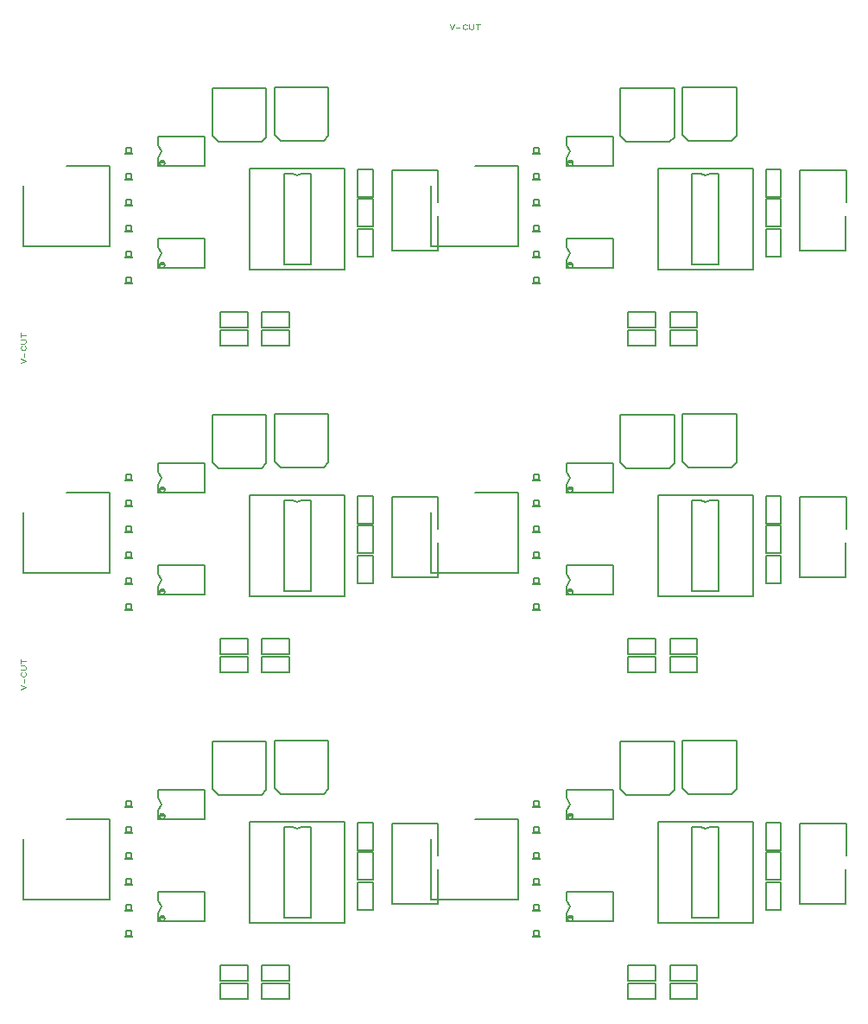
<source format=gto>
G04 EasyPC Gerber Version 21.0.3 Build 4286 *
G04 #@! TF.Part,Single*
G04 #@! TF.FileFunction,Legend,Top *
G04 #@! TF.FilePolarity,Positive *
%FSLAX45Y45*%
%MOIN*%
%ADD19C,0.00100*%
%ADD70C,0.00500*%
%ADD20C,0.00787*%
X0Y0D02*
D02*
D19*
X5187Y156234D02*
X7061Y157015D01*
X5187Y157797*
X6437Y158734D02*
Y159984D01*
X6749Y162797D02*
X6905Y162641D01*
X7061Y162328*
Y161859*
X6905Y161547*
X6749Y161391*
X6437Y161234*
X5811*
X5499Y161391*
X5343Y161547*
X5187Y161859*
Y162328*
X5343Y162641*
X5499Y162797*
X5187Y163734D02*
X6593D01*
X6905Y163891*
X7061Y164203*
Y164828*
X6905Y165141*
X6593Y165297*
X5187*
X7061Y167015D02*
X5187D01*
Y166234D02*
Y167797D01*
Y282061D02*
X7061Y282842D01*
X5187Y283624*
X6437Y284561D02*
Y285811D01*
X6749Y288624D02*
X6905Y288467D01*
X7061Y288155*
Y287686*
X6905Y287374*
X6749Y287217*
X6437Y287061*
X5811*
X5499Y287217*
X5343Y287374*
X5187Y287686*
Y288155*
X5343Y288467*
X5499Y288624*
X5187Y289561D02*
X6593D01*
X6905Y289717*
X7061Y290030*
Y290655*
X6905Y290967*
X6593Y291124*
X5187*
X7061Y292842D02*
X5187D01*
Y292061D02*
Y293624D01*
X170798Y412633D02*
X171579Y410758D01*
X172361Y412633*
X173298Y411383D02*
X174548D01*
X177361Y411070D02*
X177204Y410915D01*
X176892Y410758*
X176423*
X176111Y410915*
X175954Y411070*
X175798Y411383*
Y412008*
X175954Y412320*
X176111Y412477*
X176423Y412633*
X176892*
X177204Y412477*
X177361Y412320*
X178298Y412633D02*
Y411227D01*
X178454Y410915*
X178767Y410758*
X179392*
X179704Y410915*
X179861Y411227*
Y412633*
X181579Y410758D02*
Y412633D01*
X180798D02*
X182361D01*
D02*
D70*
X47801Y61043D02*
Y63169D01*
X45675*
Y61043*
X47801Y71043D02*
Y73169D01*
X45675*
Y71043*
X47801Y81043D02*
Y83169D01*
X45675*
Y81043*
X47801Y91043D02*
Y93169D01*
X45675*
Y91043*
X47801Y101043D02*
Y103169D01*
X45675*
Y101043*
X47801Y111043D02*
Y113169D01*
X45675*
Y111043*
X47801Y187027D02*
Y189153D01*
X45675*
Y187027*
X47801Y197027D02*
Y199153D01*
X45675*
Y197027*
X47801Y207027D02*
Y209153D01*
X45675*
Y207027*
X47801Y217027D02*
Y219153D01*
X45675*
Y217027*
X47801Y227027D02*
Y229153D01*
X45675*
Y227027*
X47801Y237027D02*
Y239153D01*
X45675*
Y237027*
X47801Y313011D02*
Y315137D01*
X45675*
Y313011*
X47801Y323011D02*
Y325137D01*
X45675*
Y323011*
X47801Y333011D02*
Y335137D01*
X45675*
Y333011*
X47801Y343011D02*
Y345137D01*
X45675*
Y343011*
X47801Y353011D02*
Y355137D01*
X45675*
Y353011*
X47801Y363011D02*
Y365137D01*
X45675*
Y363011*
X47998Y60846D02*
X47801Y61043D01*
X45675*
X45478Y60846*
X47998*
Y70846D02*
X47801Y71043D01*
X45675*
X45478Y70846*
X47998*
Y80846D02*
X47801Y81043D01*
X45675*
X45478Y80846*
X47998*
Y90846D02*
X47801Y91043D01*
X45675*
X45478Y90846*
X47998*
Y100846D02*
X47801Y101043D01*
X45675*
X45478Y100846*
X47998*
Y110846D02*
X47801Y111043D01*
X45675*
X45478Y110846*
X47998*
Y186830D02*
X47801Y187027D01*
X45675*
X45478Y186830*
X47998*
Y196830D02*
X47801Y197027D01*
X45675*
X45478Y196830*
X47998*
Y206830D02*
X47801Y207027D01*
X45675*
X45478Y206830*
X47998*
Y216830D02*
X47801Y217027D01*
X45675*
X45478Y216830*
X47998*
Y226830D02*
X47801Y227027D01*
X45675*
X45478Y226830*
X47998*
Y236830D02*
X47801Y237027D01*
X45675*
X45478Y236830*
X47998*
Y312814D02*
X47801Y313011D01*
X45675*
X45478Y312814*
X47998*
Y322814D02*
X47801Y323011D01*
X45675*
X45478Y322814*
X47998*
Y332814D02*
X47801Y333011D01*
X45675*
X45478Y332814*
X47998*
Y342814D02*
X47801Y343011D01*
X45675*
X45478Y342814*
X47998*
Y352814D02*
X47801Y353011D01*
X45675*
X45478Y352814*
X47998*
Y362814D02*
X47801Y363011D01*
X45675*
X45478Y362814*
X47998*
X58298Y78006D02*
X76290D01*
Y66746*
X58298*
Y69876*
X59548Y72376*
X58298Y74876*
Y78006*
Y117376D02*
X76290D01*
Y106116*
X58298*
Y109246*
X59548Y111746*
X58298Y114246*
Y117376*
Y203990D02*
X76290D01*
Y192730*
X58298*
Y195860*
X59548Y198360*
X58298Y200860*
Y203990*
Y243360D02*
X76290D01*
Y232100*
X58298*
Y235230*
X59548Y237730*
X58298Y240230*
Y243360*
Y329974D02*
X76290D01*
Y318715*
X58298*
Y321844*
X59548Y324344*
X58298Y326844*
Y329974*
Y369344D02*
X76290D01*
Y358085*
X58298*
Y361215*
X59548Y363715*
X58298Y366215*
Y369344*
X58747Y67793D02*
G75*
G03X60841I1047D01*
G01*
G75*
G03X58747I-1047*
G01*
G36*
G75*
G03X60841I1047*
G01*
G75*
G03X58747I-1047*
G01*
G37*
Y107163D02*
G75*
G03X60841I1047D01*
G01*
G75*
G03X58747I-1047*
G01*
G36*
G75*
G03X60841I1047*
G01*
G75*
G03X58747I-1047*
G01*
G37*
Y193778D02*
G75*
G03X60841I1047D01*
G01*
G75*
G03X58747I-1047*
G01*
G36*
G75*
G03X60841I1047*
G01*
G75*
G03X58747I-1047*
G01*
G37*
Y233148D02*
G75*
G03X60841I1047D01*
G01*
G75*
G03X58747I-1047*
G01*
G36*
G75*
G03X60841I1047*
G01*
G75*
G03X58747I-1047*
G01*
G37*
Y319762D02*
G75*
G03X60841I1047D01*
G01*
G75*
G03X58747I-1047*
G01*
G36*
G75*
G03X60841I1047*
G01*
G75*
G03X58747I-1047*
G01*
G37*
Y359132D02*
G75*
G03X60841I1047D01*
G01*
G75*
G03X58747I-1047*
G01*
G36*
G75*
G03X60841I1047*
G01*
G75*
G03X58747I-1047*
G01*
G37*
X82042Y36730D02*
X92704D01*
Y42667*
X82042*
Y36730*
Y162715D02*
X92704D01*
Y168652*
X82042*
Y162715*
Y288699D02*
X92704D01*
Y294636*
X82042*
Y288699*
X92704Y49754D02*
X82042D01*
Y43817*
X92704*
Y49754*
Y175738D02*
X82042D01*
Y169801*
X92704*
Y175738*
Y301722D02*
X82042D01*
Y295785*
X92704*
Y301722*
X98003Y115289D02*
X81467D01*
X79105Y117652*
Y136156*
X99971*
Y117258*
X98003Y115289*
Y241274D02*
X81467D01*
X79105Y243636*
Y262140*
X99971*
Y243242*
X98003Y241274*
Y367258D02*
X81467D01*
X79105Y369620*
Y388124*
X99971*
Y369226*
X98003Y367258*
X98184Y43817D02*
X108845D01*
Y49754*
X98184*
Y43817*
Y169801D02*
X108845D01*
Y175738*
X98184*
Y169801*
Y295785D02*
X108845D01*
Y301722*
X98184*
Y295785*
X108845Y42667D02*
X98184D01*
Y36730*
X108845*
Y42667*
Y168652D02*
X98184D01*
Y162715*
X108845*
Y168652*
Y294636D02*
X98184D01*
Y288699*
X108845*
Y294636*
X116999Y103183D02*
Y68144D01*
X106763*
Y103183*
X110109*
X111881Y102297*
X113652Y103183*
X116999*
Y229167D02*
Y194128D01*
X106763*
Y229167*
X110109*
X111881Y228281*
X113652Y229167*
X116999*
Y355152D02*
Y320112D01*
X106763*
Y355152*
X110109*
X111881Y354266*
X113652Y355152*
X116999*
X122019Y115683D02*
X105483D01*
X103121Y118045*
Y136549*
X123987*
Y117652*
X122019Y115683*
Y241667D02*
X105483D01*
X103121Y244030*
Y262533*
X123987*
Y243636*
X122019Y241667*
Y367652D02*
X105483D01*
X103121Y370014*
Y388518*
X123987*
Y369620*
X122019Y367652*
X130188Y105152D02*
Y66175D01*
X93574*
Y105152*
X130188*
Y231136D02*
Y192159D01*
X93574*
Y231136*
X130188*
Y357120D02*
Y318144D01*
X93574*
Y357120*
X130188*
X135192Y81644D02*
Y70982D01*
X141129*
Y81644*
X135192*
Y93455D02*
Y82793D01*
X141129*
Y93455*
X135192*
Y104872D02*
Y94211D01*
X141129*
Y104872*
X135192*
Y207628D02*
Y196967D01*
X141129*
Y207628*
X135192*
Y219439D02*
Y208778D01*
X141129*
Y219439*
X135192*
Y230856D02*
Y220195D01*
X141129*
Y230856*
X135192*
Y333612D02*
Y322951D01*
X141129*
Y333612*
X135192*
Y345423D02*
Y334762D01*
X141129*
Y345423*
X135192*
Y356841D02*
Y346179D01*
X141129*
Y356841*
X135192*
X205281Y61043D02*
Y63169D01*
X203155*
Y61043*
X205281Y71043D02*
Y73169D01*
X203155*
Y71043*
X205281Y81043D02*
Y83169D01*
X203155*
Y81043*
X205281Y91043D02*
Y93169D01*
X203155*
Y91043*
X205281Y101043D02*
Y103169D01*
X203155*
Y101043*
X205281Y111043D02*
Y113169D01*
X203155*
Y111043*
X205281Y187027D02*
Y189153D01*
X203155*
Y187027*
X205281Y197027D02*
Y199153D01*
X203155*
Y197027*
X205281Y207027D02*
Y209153D01*
X203155*
Y207027*
X205281Y217027D02*
Y219153D01*
X203155*
Y217027*
X205281Y227027D02*
Y229153D01*
X203155*
Y227027*
X205281Y237027D02*
Y239153D01*
X203155*
Y237027*
X205281Y313011D02*
Y315137D01*
X203155*
Y313011*
X205281Y323011D02*
Y325137D01*
X203155*
Y323011*
X205281Y333011D02*
Y335137D01*
X203155*
Y333011*
X205281Y343011D02*
Y345137D01*
X203155*
Y343011*
X205281Y353011D02*
Y355137D01*
X203155*
Y353011*
X205281Y363011D02*
Y365137D01*
X203155*
Y363011*
X205478Y60846D02*
X205281Y61043D01*
X203155*
X202958Y60846*
X205478*
Y70846D02*
X205281Y71043D01*
X203155*
X202958Y70846*
X205478*
Y80846D02*
X205281Y81043D01*
X203155*
X202958Y80846*
X205478*
Y90846D02*
X205281Y91043D01*
X203155*
X202958Y90846*
X205478*
Y100846D02*
X205281Y101043D01*
X203155*
X202958Y100846*
X205478*
Y110846D02*
X205281Y111043D01*
X203155*
X202958Y110846*
X205478*
Y186830D02*
X205281Y187027D01*
X203155*
X202958Y186830*
X205478*
Y196830D02*
X205281Y197027D01*
X203155*
X202958Y196830*
X205478*
Y206830D02*
X205281Y207027D01*
X203155*
X202958Y206830*
X205478*
Y216830D02*
X205281Y217027D01*
X203155*
X202958Y216830*
X205478*
Y226830D02*
X205281Y227027D01*
X203155*
X202958Y226830*
X205478*
Y236830D02*
X205281Y237027D01*
X203155*
X202958Y236830*
X205478*
Y312814D02*
X205281Y313011D01*
X203155*
X202958Y312814*
X205478*
Y322814D02*
X205281Y323011D01*
X203155*
X202958Y322814*
X205478*
Y332814D02*
X205281Y333011D01*
X203155*
X202958Y332814*
X205478*
Y342814D02*
X205281Y343011D01*
X203155*
X202958Y342814*
X205478*
Y352814D02*
X205281Y353011D01*
X203155*
X202958Y352814*
X205478*
Y362814D02*
X205281Y363011D01*
X203155*
X202958Y362814*
X205478*
X215778Y78006D02*
X233770D01*
Y66746*
X215778*
Y69876*
X217028Y72376*
X215778Y74876*
Y78006*
Y117376D02*
X233770D01*
Y106116*
X215778*
Y109246*
X217028Y111746*
X215778Y114246*
Y117376*
Y203990D02*
X233770D01*
Y192730*
X215778*
Y195860*
X217028Y198360*
X215778Y200860*
Y203990*
Y243360D02*
X233770D01*
Y232100*
X215778*
Y235230*
X217028Y237730*
X215778Y240230*
Y243360*
Y329974D02*
X233770D01*
Y318715*
X215778*
Y321844*
X217028Y324344*
X215778Y326844*
Y329974*
Y369344D02*
X233770D01*
Y358085*
X215778*
Y361215*
X217028Y363715*
X215778Y366215*
Y369344*
X216227Y67793D02*
G75*
G03X218322I1047D01*
G01*
G75*
G03X216227I-1047*
G01*
G36*
G75*
G03X218322I1047*
G01*
G75*
G03X216227I-1047*
G01*
G37*
Y107163D02*
G75*
G03X218322I1047D01*
G01*
G75*
G03X216227I-1047*
G01*
G36*
G75*
G03X218322I1047*
G01*
G75*
G03X216227I-1047*
G01*
G37*
Y193778D02*
G75*
G03X218322I1047D01*
G01*
G75*
G03X216227I-1047*
G01*
G36*
G75*
G03X218322I1047*
G01*
G75*
G03X216227I-1047*
G01*
G37*
Y233148D02*
G75*
G03X218322I1047D01*
G01*
G75*
G03X216227I-1047*
G01*
G36*
G75*
G03X218322I1047*
G01*
G75*
G03X216227I-1047*
G01*
G37*
Y319762D02*
G75*
G03X218322I1047D01*
G01*
G75*
G03X216227I-1047*
G01*
G36*
G75*
G03X218322I1047*
G01*
G75*
G03X216227I-1047*
G01*
G37*
Y359132D02*
G75*
G03X218322I1047D01*
G01*
G75*
G03X216227I-1047*
G01*
G36*
G75*
G03X218322I1047*
G01*
G75*
G03X216227I-1047*
G01*
G37*
X239522Y36730D02*
X250184D01*
Y42667*
X239522*
Y36730*
Y162715D02*
X250184D01*
Y168652*
X239522*
Y162715*
Y288699D02*
X250184D01*
Y294636*
X239522*
Y288699*
X250184Y49754D02*
X239522D01*
Y43817*
X250184*
Y49754*
Y175738D02*
X239522D01*
Y169801*
X250184*
Y175738*
Y301722D02*
X239522D01*
Y295785*
X250184*
Y301722*
X255483Y115289D02*
X238948D01*
X236585Y117652*
Y136156*
X257452*
Y117258*
X255483Y115289*
Y241274D02*
X238948D01*
X236585Y243636*
Y262140*
X257452*
Y243242*
X255483Y241274*
Y367258D02*
X238948D01*
X236585Y369620*
Y388124*
X257452*
Y369226*
X255483Y367258*
X255664Y43817D02*
X266326D01*
Y49754*
X255664*
Y43817*
Y169801D02*
X266326D01*
Y175738*
X255664*
Y169801*
Y295785D02*
X266326D01*
Y301722*
X255664*
Y295785*
X266326Y42667D02*
X255664D01*
Y36730*
X266326*
Y42667*
Y168652D02*
X255664D01*
Y162715*
X266326*
Y168652*
Y294636D02*
X255664D01*
Y288699*
X266326*
Y294636*
X274479Y103183D02*
Y68144D01*
X264243*
Y103183*
X267589*
X269361Y102297*
X271133Y103183*
X274479*
Y229167D02*
Y194128D01*
X264243*
Y229167*
X267589*
X269361Y228281*
X271133Y229167*
X274479*
Y355152D02*
Y320112D01*
X264243*
Y355152*
X267589*
X269361Y354266*
X271133Y355152*
X274479*
X279499Y115683D02*
X262963D01*
X260601Y118045*
Y136549*
X281467*
Y117652*
X279499Y115683*
Y241667D02*
X262963D01*
X260601Y244030*
Y262533*
X281467*
Y243636*
X279499Y241667*
Y367652D02*
X262963D01*
X260601Y370014*
Y388518*
X281467*
Y369620*
X279499Y367652*
X287668Y105152D02*
Y66175D01*
X251054*
Y105152*
X287668*
Y231136D02*
Y192159D01*
X251054*
Y231136*
X287668*
Y357120D02*
Y318144D01*
X251054*
Y357120*
X287668*
X292672Y81644D02*
Y70982D01*
X298609*
Y81644*
X292672*
Y93455D02*
Y82793D01*
X298609*
Y93455*
X292672*
Y104872D02*
Y94211D01*
X298609*
Y104872*
X292672*
Y207628D02*
Y196967D01*
X298609*
Y207628*
X292672*
Y219439D02*
Y208778D01*
X298609*
Y219439*
X292672*
Y230856D02*
Y220195D01*
X298609*
Y230856*
X292672*
Y333612D02*
Y322951D01*
X298609*
Y333612*
X292672*
Y345423D02*
Y334762D01*
X298609*
Y345423*
X292672*
Y356841D02*
Y346179D01*
X298609*
Y356841*
X292672*
D02*
D20*
X6172Y98360D02*
Y75093D01*
X39637*
Y106037*
X22904*
X6172Y224344D02*
Y201077D01*
X39637*
Y232022*
X22904*
X6172Y350329D02*
Y327061D01*
X39637*
Y358006*
X22904*
X163652Y98360D02*
Y75093D01*
X197117*
Y106037*
X180385*
X163652Y224344D02*
Y201077D01*
X197117*
Y232022*
X180385*
X163652Y350329D02*
Y327061D01*
X197117*
Y358006*
X180385*
X166159Y86613D02*
Y73459D01*
X148495*
Y104561*
X166211*
Y93636*
X166222*
Y92087*
X166159Y212597D02*
Y199443D01*
X148495*
Y230545*
X166211*
Y219620*
X166222*
Y218071*
X166159Y338581D02*
Y325427D01*
X148495*
Y356530*
X166211*
Y345604*
X166222*
Y344056*
X323640Y86613D02*
Y73459D01*
X305975*
Y104561*
X323692*
Y93636*
X323702*
Y92087*
X323640Y212597D02*
Y199443D01*
X305975*
Y230545*
X323692*
Y219620*
X323702*
Y218071*
X323640Y338581D02*
Y325427D01*
X305975*
Y356530*
X323692*
Y345604*
X323702*
Y344056*
X0Y0D02*
M02*

</source>
